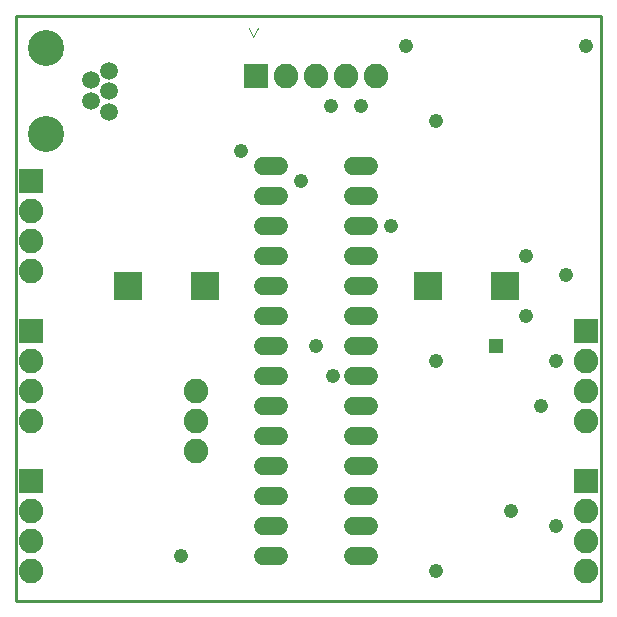
<source format=gbs>
G75*
G70*
%OFA0B0*%
%FSLAX24Y24*%
%IPPOS*%
%LPD*%
%AMOC8*
5,1,8,0,0,1.08239X$1,22.5*
%
%ADD10C,0.0100*%
%ADD11C,0.0040*%
%ADD12C,0.0600*%
%ADD13R,0.0966X0.0966*%
%ADD14R,0.0820X0.0820*%
%ADD15C,0.0820*%
%ADD16C,0.0595*%
%ADD17C,0.1202*%
%ADD18C,0.0476*%
%ADD19R,0.0476X0.0476*%
D10*
X002681Y002681D02*
X022181Y002681D01*
X022181Y022181D01*
X002681Y022181D01*
X002681Y002681D01*
D11*
X010581Y021465D02*
X010735Y021772D01*
X010428Y021772D02*
X010581Y021465D01*
D12*
X010921Y017181D02*
X011441Y017181D01*
X011441Y016181D02*
X010921Y016181D01*
X010921Y015181D02*
X011441Y015181D01*
X011441Y014181D02*
X010921Y014181D01*
X010921Y013181D02*
X011441Y013181D01*
X011441Y012181D02*
X010921Y012181D01*
X010921Y011181D02*
X011441Y011181D01*
X011441Y010181D02*
X010921Y010181D01*
X010921Y009181D02*
X011441Y009181D01*
X011441Y008181D02*
X010921Y008181D01*
X010921Y007181D02*
X011441Y007181D01*
X011441Y006181D02*
X010921Y006181D01*
X010921Y005181D02*
X011441Y005181D01*
X011441Y004181D02*
X010921Y004181D01*
X013921Y004181D02*
X014441Y004181D01*
X014441Y005181D02*
X013921Y005181D01*
X013921Y006181D02*
X014441Y006181D01*
X014441Y007181D02*
X013921Y007181D01*
X013921Y008181D02*
X014441Y008181D01*
X014441Y009181D02*
X013921Y009181D01*
X013921Y010181D02*
X014441Y010181D01*
X014441Y011181D02*
X013921Y011181D01*
X013921Y012181D02*
X014441Y012181D01*
X014441Y013181D02*
X013921Y013181D01*
X013921Y014181D02*
X014441Y014181D01*
X014441Y015181D02*
X013921Y015181D01*
X013921Y016181D02*
X014441Y016181D01*
X014441Y017181D02*
X013921Y017181D01*
D13*
X016401Y013181D03*
X018960Y013181D03*
X008960Y013181D03*
X006401Y013181D03*
D14*
X003181Y011681D03*
X003181Y016681D03*
X010681Y020181D03*
X021681Y011681D03*
X021681Y006681D03*
X003181Y006681D03*
D15*
X003181Y005681D03*
X003181Y004681D03*
X003181Y003681D03*
X003181Y008681D03*
X003181Y009681D03*
X003181Y010681D03*
X003181Y013681D03*
X003181Y014681D03*
X003181Y015681D03*
X008681Y009681D03*
X008681Y008681D03*
X008681Y007681D03*
X011681Y020181D03*
X012681Y020181D03*
X013681Y020181D03*
X014681Y020181D03*
X021681Y010681D03*
X021681Y009681D03*
X021681Y008681D03*
X021681Y005681D03*
X021681Y004681D03*
X021681Y003681D03*
D16*
X005781Y018981D03*
X005781Y019681D03*
X005781Y020351D03*
X005161Y020041D03*
X005161Y019351D03*
D17*
X003681Y018244D03*
X003681Y021118D03*
D18*
X010181Y017681D03*
X012181Y016681D03*
X013181Y019181D03*
X014181Y019181D03*
X015681Y021181D03*
X016681Y018681D03*
X015181Y015181D03*
X012681Y011181D03*
X013254Y010181D03*
X016681Y010681D03*
X019681Y012181D03*
X021017Y013534D03*
X019681Y014181D03*
X020681Y010681D03*
X020181Y009181D03*
X019181Y005681D03*
X020681Y005181D03*
X016681Y003681D03*
X008181Y004181D03*
X021681Y021181D03*
D19*
X018681Y011181D03*
M02*

</source>
